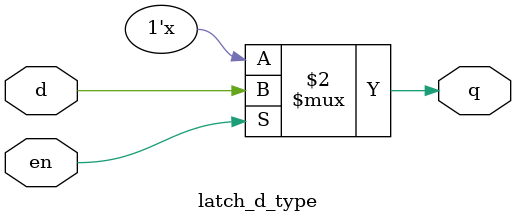
<source format=v>
module latch_d_type (
    input wire d,      // Data input
    input wire en,     // Enable signal
    output reg q       // Output
);

// D-type latch behavior
always @(d or en) begin
    if (en)
        q <= d;    // When enabled, output follows input
    // When disabled, output holds its value
end

endmodule

</source>
